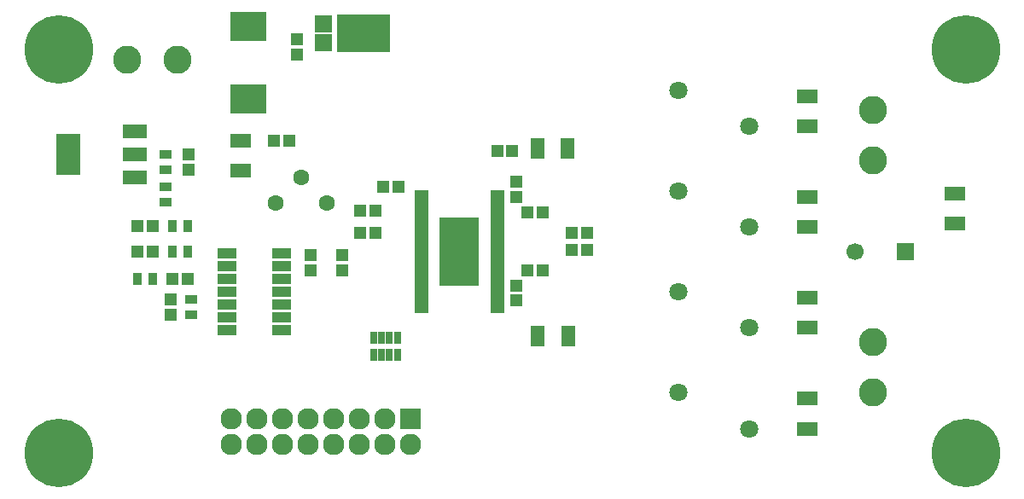
<source format=gts>
G04 #@! TF.FileFunction,Soldermask,Top*
%FSLAX46Y46*%
G04 Gerber Fmt 4.6, Leading zero omitted, Abs format (unit mm)*
G04 Created by KiCad (PCBNEW 4.0.2-stable) date 19.06.2016 23:35:54*
%MOMM*%
G01*
G04 APERTURE LIST*
%ADD10C,0.100000*%
%ADD11R,2.432000X4.057600*%
%ADD12R,2.432000X1.416000*%
%ADD13C,1.800000*%
%ADD14R,1.200000X1.150000*%
%ADD15R,1.700000X1.700000*%
%ADD16C,1.700000*%
%ADD17R,2.127200X2.127200*%
%ADD18O,2.127200X2.127200*%
%ADD19R,1.400000X2.000000*%
%ADD20R,1.300000X0.900000*%
%ADD21R,1.900000X1.000000*%
%ADD22R,1.150000X1.200000*%
%ADD23R,2.000000X1.400000*%
%ADD24R,1.197560X1.197560*%
%ADD25R,0.900000X1.300000*%
%ADD26C,2.800000*%
%ADD27C,1.600000*%
%ADD28R,0.800000X1.300000*%
%ADD29R,3.600000X3.000000*%
%ADD30C,6.800000*%
%ADD31R,1.400000X0.685000*%
%ADD32R,4.000000X6.800000*%
%ADD33R,5.260000X3.760000*%
%ADD34R,1.800000X1.790000*%
G04 APERTURE END LIST*
D10*
D11*
X105918000Y-65405000D03*
D12*
X112522000Y-65405000D03*
X112522000Y-63119000D03*
X112522000Y-67691000D03*
D13*
X166500000Y-89000000D03*
X173500000Y-92600000D03*
D14*
X148513800Y-64998600D03*
X150013800Y-64998600D03*
D15*
X189000000Y-75000000D03*
D16*
X184000000Y-75000000D03*
D17*
X139874000Y-91643200D03*
D18*
X139874000Y-94183200D03*
X137334000Y-91643200D03*
X137334000Y-94183200D03*
X134794000Y-91643200D03*
X134794000Y-94183200D03*
X132254000Y-91643200D03*
X132254000Y-94183200D03*
X129714000Y-91643200D03*
X129714000Y-94183200D03*
X127174000Y-91643200D03*
X127174000Y-94183200D03*
X124634000Y-91643200D03*
X124634000Y-94183200D03*
X122094000Y-91643200D03*
X122094000Y-94183200D03*
D19*
X152506560Y-64770000D03*
X155506560Y-64770000D03*
D20*
X118110000Y-79768000D03*
X118110000Y-81268000D03*
D21*
X121723200Y-75184000D03*
X121723200Y-76454000D03*
X121723200Y-77724000D03*
X121723200Y-78994000D03*
X121723200Y-80264000D03*
X121723200Y-81534000D03*
X121723200Y-82804000D03*
X127123200Y-82804000D03*
X127123200Y-81534000D03*
X127123200Y-80264000D03*
X127123200Y-78994000D03*
X127123200Y-77724000D03*
X127123200Y-76454000D03*
X127123200Y-75184000D03*
D14*
X116292738Y-77724000D03*
X117792738Y-77724000D03*
D22*
X116078000Y-81268000D03*
X116078000Y-79768000D03*
X133159500Y-75386500D03*
X133159500Y-76886500D03*
D14*
X134933000Y-70993000D03*
X136433000Y-70993000D03*
X134933000Y-73152000D03*
X136433000Y-73152000D03*
X137198680Y-68559680D03*
X138698680Y-68559680D03*
X157397460Y-73149460D03*
X155897460Y-73149460D03*
D22*
X150389600Y-69605020D03*
X150389600Y-68105020D03*
X150361660Y-78392020D03*
X150361660Y-79892020D03*
D14*
X153045300Y-71117460D03*
X151545300Y-71117460D03*
X153042760Y-76868020D03*
X151542760Y-76868020D03*
X157390540Y-74848720D03*
X155890540Y-74848720D03*
D19*
X152530560Y-83367880D03*
X155530560Y-83367880D03*
D23*
X179287180Y-62600000D03*
X179287180Y-59600000D03*
X179264320Y-72600000D03*
X179264320Y-69600000D03*
X179264320Y-82600000D03*
X179264320Y-79600000D03*
X179271940Y-92600000D03*
X179271940Y-89600000D03*
D24*
X112803700Y-75057000D03*
X114302300Y-75057000D03*
X112803700Y-72511250D03*
X114302300Y-72511250D03*
D25*
X112803000Y-77724000D03*
X114303000Y-77724000D03*
X116292738Y-75051250D03*
X117792738Y-75051250D03*
D20*
X115570000Y-66905000D03*
X115570000Y-65405000D03*
D25*
X116292738Y-72511250D03*
X117792738Y-72511250D03*
D20*
X115570000Y-68592000D03*
X115570000Y-70092000D03*
D22*
X129984500Y-75377040D03*
X129984500Y-76877040D03*
D13*
X166500000Y-59000000D03*
X173500000Y-62600000D03*
X166500000Y-69000000D03*
X173500000Y-72600000D03*
X166500000Y-79000000D03*
X173500000Y-82600000D03*
D26*
X111800000Y-55973980D03*
X116800000Y-55973980D03*
X185801000Y-61000000D03*
X185801000Y-66000000D03*
X185801000Y-83987000D03*
X185801000Y-88987000D03*
D22*
X117856000Y-65417000D03*
X117856000Y-66917000D03*
D23*
X123063000Y-64008000D03*
X123063000Y-67008000D03*
D27*
X129032000Y-67691000D03*
X131572000Y-70231000D03*
X126492000Y-70231000D03*
D28*
X137826700Y-83592300D03*
X137026700Y-83592300D03*
X138626700Y-83592300D03*
X136226700Y-83592300D03*
X138626700Y-85292300D03*
X137826700Y-85292300D03*
X137026700Y-85292300D03*
X136226700Y-85292300D03*
D23*
X193929000Y-69263000D03*
X193929000Y-72263000D03*
D14*
X127877000Y-64008000D03*
X126377000Y-64008000D03*
D22*
X128651000Y-53975000D03*
X128651000Y-55475000D03*
D29*
X123825000Y-59905000D03*
X123825000Y-52705000D03*
D30*
X105000000Y-55000000D03*
X195000000Y-55000000D03*
X195000000Y-95000000D03*
X105000000Y-95000000D03*
D31*
X141010000Y-69250000D03*
X141010000Y-69750000D03*
X141010000Y-70250000D03*
X141010000Y-70750000D03*
X141010000Y-71250000D03*
X141010000Y-71750000D03*
X141010000Y-72250000D03*
X141010000Y-72750000D03*
X141010000Y-73250000D03*
X141010000Y-73750000D03*
X141010000Y-74250000D03*
X141010000Y-74750000D03*
X141010000Y-75250000D03*
X141010000Y-75750000D03*
X141010000Y-76250000D03*
X141010000Y-76750000D03*
X141010000Y-77250000D03*
X141010000Y-77750000D03*
X141010000Y-78250000D03*
X141010000Y-78750000D03*
X141010000Y-79250000D03*
X141010000Y-79750000D03*
X141010000Y-80250000D03*
X141010000Y-80750000D03*
X148510000Y-80750000D03*
X148510000Y-80250000D03*
X148510000Y-79750000D03*
X148510000Y-79250000D03*
X148510000Y-78750000D03*
X148510000Y-78250000D03*
X148510000Y-77750000D03*
X148510000Y-77250000D03*
X148510000Y-76750000D03*
X148510000Y-76250000D03*
X148510000Y-75750000D03*
X148510000Y-75250000D03*
X148510000Y-74750000D03*
X148510000Y-74250000D03*
X148510000Y-73750000D03*
X148510000Y-73250000D03*
X148510000Y-72750000D03*
X148510000Y-72250000D03*
X148510000Y-71750000D03*
X148510000Y-71250000D03*
X148510000Y-70750000D03*
X148510000Y-70250000D03*
X148510000Y-69750000D03*
X148510000Y-69250000D03*
D32*
X144760000Y-75000000D03*
D33*
X135255000Y-53340000D03*
D34*
X131273000Y-52420000D03*
X131273000Y-54260000D03*
M02*

</source>
